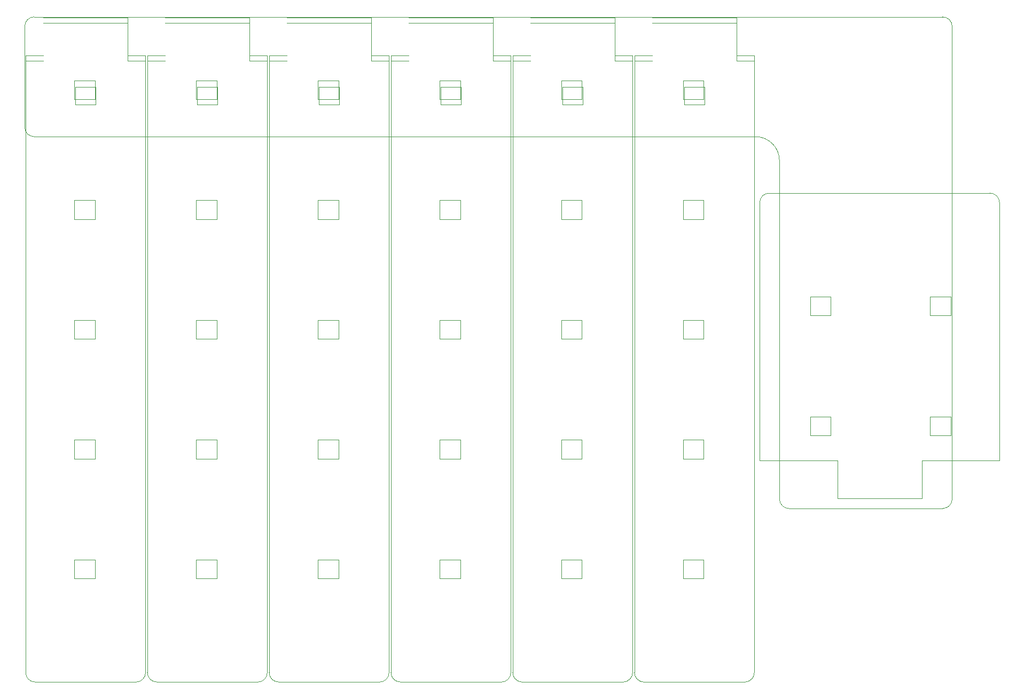
<source format=gm1>
G04 #@! TF.GenerationSoftware,KiCad,Pcbnew,7.0.8*
G04 #@! TF.CreationDate,2023-11-08T21:34:38-08:00*
G04 #@! TF.ProjectId,Seismos_5CoreStencil,53656973-6d6f-4735-9f35-436f72655374,rev?*
G04 #@! TF.SameCoordinates,Original*
G04 #@! TF.FileFunction,Profile,NP*
%FSLAX46Y46*%
G04 Gerber Fmt 4.6, Leading zero omitted, Abs format (unit mm)*
G04 Created by KiCad (PCBNEW 7.0.8) date 2023-11-08 21:34:38*
%MOMM*%
%LPD*%
G01*
G04 APERTURE LIST*
G04 #@! TA.AperFunction,Profile*
%ADD10C,0.100000*%
G04 #@! TD*
G04 #@! TA.AperFunction,Profile*
%ADD11C,0.120000*%
G04 #@! TD*
G04 APERTURE END LIST*
D10*
X49150000Y-26100000D02*
X46350000Y-26100000D01*
X30150000Y-124039340D02*
G75*
G03*
X31650000Y-125539340I1500042J42D01*
G01*
X30150000Y-26100000D02*
X32950000Y-26100000D01*
X47650000Y-125539340D02*
X31650000Y-125539340D01*
X32950000Y-20100000D02*
X46350000Y-20100000D01*
X46350000Y-26100000D02*
X46350000Y-20100000D01*
X30150000Y-124039340D02*
X30150000Y-26100000D01*
X47650000Y-125539340D02*
G75*
G03*
X49150000Y-124039340I3J1499997D01*
G01*
X49150000Y-26100000D02*
X49150000Y-124039340D01*
X68450000Y-26100000D02*
X65650000Y-26100000D01*
X49450000Y-124039340D02*
G75*
G03*
X50950000Y-125539340I1500042J42D01*
G01*
X49450000Y-26100000D02*
X52250000Y-26100000D01*
X66950000Y-125539340D02*
X50950000Y-125539340D01*
X52250000Y-20100000D02*
X65650000Y-20100000D01*
X65650000Y-26100000D02*
X65650000Y-20100000D01*
X49450000Y-124039340D02*
X49450000Y-26100000D01*
X66950000Y-125539340D02*
G75*
G03*
X68450000Y-124039340I3J1499997D01*
G01*
X68450000Y-26100000D02*
X68450000Y-124039340D01*
X87750000Y-26100000D02*
X84950000Y-26100000D01*
X68750000Y-124039340D02*
G75*
G03*
X70250000Y-125539340I1500042J42D01*
G01*
X68750000Y-26100000D02*
X71550000Y-26100000D01*
X86250000Y-125539340D02*
X70250000Y-125539340D01*
X71550000Y-20100000D02*
X84950000Y-20100000D01*
X84950000Y-26100000D02*
X84950000Y-20100000D01*
X68750000Y-124039340D02*
X68750000Y-26100000D01*
X86250000Y-125539340D02*
G75*
G03*
X87750000Y-124039340I3J1499997D01*
G01*
X87750000Y-26100000D02*
X87750000Y-124039340D01*
X107050000Y-26100000D02*
X104250000Y-26100000D01*
X88050000Y-124039340D02*
G75*
G03*
X89550000Y-125539340I1500042J42D01*
G01*
X88050000Y-26100000D02*
X90850000Y-26100000D01*
X105550000Y-125539340D02*
X89550000Y-125539340D01*
X90850000Y-20100000D02*
X104250000Y-20100000D01*
X104250000Y-26100000D02*
X104250000Y-20100000D01*
X88050000Y-124039340D02*
X88050000Y-26100000D01*
X105550000Y-125539340D02*
G75*
G03*
X107050000Y-124039340I3J1499997D01*
G01*
X107050000Y-26100000D02*
X107050000Y-124039340D01*
X126350000Y-26100000D02*
X123550000Y-26100000D01*
X107350000Y-124039340D02*
G75*
G03*
X108850000Y-125539340I1500042J42D01*
G01*
X107350000Y-26100000D02*
X110150000Y-26100000D01*
X124850000Y-125539340D02*
X108850000Y-125539340D01*
X110150000Y-20100000D02*
X123550000Y-20100000D01*
X123550000Y-26100000D02*
X123550000Y-20100000D01*
X107350000Y-124039340D02*
X107350000Y-26100000D01*
X124850000Y-125539340D02*
G75*
G03*
X126350000Y-124039340I3J1499997D01*
G01*
X126350000Y-26100000D02*
X126350000Y-124039340D01*
X144150000Y-125539340D02*
X128150000Y-125539340D01*
X145650000Y-26100000D02*
X142850000Y-26100000D01*
X129450000Y-20100000D02*
X142850000Y-20100000D01*
X142850000Y-26100000D02*
X142850000Y-20100000D01*
X126650000Y-124039340D02*
G75*
G03*
X128150000Y-125539340I1500042J42D01*
G01*
X126650000Y-124039340D02*
X126650000Y-26100000D01*
X145650000Y-26100000D02*
X145650000Y-124039340D01*
X144150000Y-125539340D02*
G75*
G03*
X145650000Y-124039340I3J1499997D01*
G01*
X126650000Y-26100000D02*
X129450000Y-26100000D01*
X148000000Y-47960660D02*
X183000000Y-47960660D01*
X156000000Y-90400000D02*
X146500000Y-90400000D01*
X172200000Y-96400000D02*
X172200000Y-90400000D01*
X158800000Y-90400000D02*
X158800000Y-96400000D01*
X146500000Y-90400000D02*
X146500000Y-49460660D01*
X184500000Y-49460660D02*
X184500000Y-90400000D01*
X172200000Y-96400000D02*
X158800000Y-96400000D01*
X184500000Y-49460660D02*
G75*
G03*
X183000000Y-47960660I-1500042J-42D01*
G01*
X148000000Y-47960660D02*
G75*
G03*
X146500000Y-49460660I-3J-1499997D01*
G01*
X156000000Y-90400000D02*
X158800000Y-90400000D01*
X175000000Y-90400000D02*
X184500000Y-90400000D01*
X175000000Y-90400000D02*
X172200000Y-90400000D01*
X46350000Y-27000000D02*
X46350000Y-21000000D01*
X49150000Y-27000000D02*
X46350000Y-27000000D01*
X30150000Y-27000000D02*
X32950000Y-27000000D01*
X32950000Y-21000000D02*
X46350000Y-21000000D01*
X65650000Y-27000000D02*
X65650000Y-21000000D01*
X68450000Y-27000000D02*
X65650000Y-27000000D01*
X49450000Y-27000000D02*
X52250000Y-27000000D01*
X52250000Y-21000000D02*
X65650000Y-21000000D01*
X84950000Y-27000000D02*
X84950000Y-21000000D01*
X87750000Y-27000000D02*
X84950000Y-27000000D01*
X68750000Y-27000000D02*
X71550000Y-27000000D01*
X71550000Y-21000000D02*
X84950000Y-21000000D01*
X104250000Y-27000000D02*
X104250000Y-21000000D01*
X107050000Y-27000000D02*
X104250000Y-27000000D01*
X88050000Y-27000000D02*
X90850000Y-27000000D01*
X90850000Y-21000000D02*
X104250000Y-21000000D01*
X123550000Y-27000000D02*
X123550000Y-21000000D01*
X126350000Y-27000000D02*
X123550000Y-27000000D01*
X107350000Y-27000000D02*
X110150000Y-27000000D01*
X110150000Y-21000000D02*
X123550000Y-21000000D01*
X129450000Y-21000000D02*
X142850000Y-21000000D01*
X142850000Y-27000000D02*
X142850000Y-21000000D01*
X126650000Y-27000000D02*
X129450000Y-27000000D01*
X145650000Y-27000000D02*
X142850000Y-27000000D01*
X151134000Y-98000000D02*
X175500000Y-98000000D01*
X177000000Y-21500000D02*
G75*
G03*
X175500000Y-20000000I-1500000J0D01*
G01*
X149634000Y-42810000D02*
X149634000Y-96500000D01*
X149634000Y-96500000D02*
G75*
G03*
X151134000Y-98000000I1500000J0D01*
G01*
X31500000Y-39000000D02*
X145824000Y-39000000D01*
X30000000Y-37500000D02*
G75*
G03*
X31500000Y-39000000I1500000J0D01*
G01*
X31500000Y-20000000D02*
G75*
G03*
X30000000Y-21500000I0J-1500000D01*
G01*
X177000000Y-21500000D02*
X177000000Y-96500000D01*
X175500000Y-98000000D02*
G75*
G03*
X177000000Y-96500000I0J1500000D01*
G01*
X149634000Y-42810000D02*
G75*
G03*
X145824000Y-39000000I-3810000J0D01*
G01*
X175500000Y-20000000D02*
X31500000Y-20000000D01*
X30000000Y-21500000D02*
X30000000Y-37500000D01*
D11*
X37888000Y-106108600D02*
X41128000Y-106108600D01*
X41128000Y-106108600D02*
X41128000Y-109095400D01*
X41128000Y-109095400D02*
X37888000Y-109095400D01*
X37888000Y-109095400D02*
X37888000Y-106108600D01*
X37888000Y-49108600D02*
X41128000Y-49108600D01*
X41128000Y-49108600D02*
X41128000Y-52095400D01*
X41128000Y-52095400D02*
X37888000Y-52095400D01*
X37888000Y-52095400D02*
X37888000Y-49108600D01*
X37888000Y-87108600D02*
X41128000Y-87108600D01*
X41128000Y-87108600D02*
X41128000Y-90095400D01*
X41128000Y-90095400D02*
X37888000Y-90095400D01*
X37888000Y-90095400D02*
X37888000Y-87108600D01*
X37888000Y-30108600D02*
X41128000Y-30108600D01*
X41128000Y-30108600D02*
X41128000Y-33095400D01*
X41128000Y-33095400D02*
X37888000Y-33095400D01*
X37888000Y-33095400D02*
X37888000Y-30108600D01*
X37888000Y-68108600D02*
X41128000Y-68108600D01*
X41128000Y-68108600D02*
X41128000Y-71095400D01*
X41128000Y-71095400D02*
X37888000Y-71095400D01*
X37888000Y-71095400D02*
X37888000Y-68108600D01*
X57188000Y-106108600D02*
X60428000Y-106108600D01*
X60428000Y-106108600D02*
X60428000Y-109095400D01*
X60428000Y-109095400D02*
X57188000Y-109095400D01*
X57188000Y-109095400D02*
X57188000Y-106108600D01*
X57188000Y-49108600D02*
X60428000Y-49108600D01*
X60428000Y-49108600D02*
X60428000Y-52095400D01*
X60428000Y-52095400D02*
X57188000Y-52095400D01*
X57188000Y-52095400D02*
X57188000Y-49108600D01*
X57188000Y-87108600D02*
X60428000Y-87108600D01*
X60428000Y-87108600D02*
X60428000Y-90095400D01*
X60428000Y-90095400D02*
X57188000Y-90095400D01*
X57188000Y-90095400D02*
X57188000Y-87108600D01*
X57188000Y-30108600D02*
X60428000Y-30108600D01*
X60428000Y-30108600D02*
X60428000Y-33095400D01*
X60428000Y-33095400D02*
X57188000Y-33095400D01*
X57188000Y-33095400D02*
X57188000Y-30108600D01*
X57188000Y-68108600D02*
X60428000Y-68108600D01*
X60428000Y-68108600D02*
X60428000Y-71095400D01*
X60428000Y-71095400D02*
X57188000Y-71095400D01*
X57188000Y-71095400D02*
X57188000Y-68108600D01*
X76488000Y-106108600D02*
X79728000Y-106108600D01*
X79728000Y-106108600D02*
X79728000Y-109095400D01*
X79728000Y-109095400D02*
X76488000Y-109095400D01*
X76488000Y-109095400D02*
X76488000Y-106108600D01*
X76488000Y-49108600D02*
X79728000Y-49108600D01*
X79728000Y-49108600D02*
X79728000Y-52095400D01*
X79728000Y-52095400D02*
X76488000Y-52095400D01*
X76488000Y-52095400D02*
X76488000Y-49108600D01*
X76488000Y-87108600D02*
X79728000Y-87108600D01*
X79728000Y-87108600D02*
X79728000Y-90095400D01*
X79728000Y-90095400D02*
X76488000Y-90095400D01*
X76488000Y-90095400D02*
X76488000Y-87108600D01*
X76488000Y-30108600D02*
X79728000Y-30108600D01*
X79728000Y-30108600D02*
X79728000Y-33095400D01*
X79728000Y-33095400D02*
X76488000Y-33095400D01*
X76488000Y-33095400D02*
X76488000Y-30108600D01*
X76488000Y-68108600D02*
X79728000Y-68108600D01*
X79728000Y-68108600D02*
X79728000Y-71095400D01*
X79728000Y-71095400D02*
X76488000Y-71095400D01*
X76488000Y-71095400D02*
X76488000Y-68108600D01*
X95788000Y-106108600D02*
X99028000Y-106108600D01*
X99028000Y-106108600D02*
X99028000Y-109095400D01*
X99028000Y-109095400D02*
X95788000Y-109095400D01*
X95788000Y-109095400D02*
X95788000Y-106108600D01*
X95788000Y-49108600D02*
X99028000Y-49108600D01*
X99028000Y-49108600D02*
X99028000Y-52095400D01*
X99028000Y-52095400D02*
X95788000Y-52095400D01*
X95788000Y-52095400D02*
X95788000Y-49108600D01*
X95788000Y-87108600D02*
X99028000Y-87108600D01*
X99028000Y-87108600D02*
X99028000Y-90095400D01*
X99028000Y-90095400D02*
X95788000Y-90095400D01*
X95788000Y-90095400D02*
X95788000Y-87108600D01*
X95788000Y-30108600D02*
X99028000Y-30108600D01*
X99028000Y-30108600D02*
X99028000Y-33095400D01*
X99028000Y-33095400D02*
X95788000Y-33095400D01*
X95788000Y-33095400D02*
X95788000Y-30108600D01*
X95788000Y-68108600D02*
X99028000Y-68108600D01*
X99028000Y-68108600D02*
X99028000Y-71095400D01*
X99028000Y-71095400D02*
X95788000Y-71095400D01*
X95788000Y-71095400D02*
X95788000Y-68108600D01*
X115088000Y-106108600D02*
X118328000Y-106108600D01*
X118328000Y-106108600D02*
X118328000Y-109095400D01*
X118328000Y-109095400D02*
X115088000Y-109095400D01*
X115088000Y-109095400D02*
X115088000Y-106108600D01*
X115088000Y-49108600D02*
X118328000Y-49108600D01*
X118328000Y-49108600D02*
X118328000Y-52095400D01*
X118328000Y-52095400D02*
X115088000Y-52095400D01*
X115088000Y-52095400D02*
X115088000Y-49108600D01*
X115088000Y-87108600D02*
X118328000Y-87108600D01*
X118328000Y-87108600D02*
X118328000Y-90095400D01*
X118328000Y-90095400D02*
X115088000Y-90095400D01*
X115088000Y-90095400D02*
X115088000Y-87108600D01*
X115088000Y-30108600D02*
X118328000Y-30108600D01*
X118328000Y-30108600D02*
X118328000Y-33095400D01*
X118328000Y-33095400D02*
X115088000Y-33095400D01*
X115088000Y-33095400D02*
X115088000Y-30108600D01*
X115088000Y-68108600D02*
X118328000Y-68108600D01*
X118328000Y-68108600D02*
X118328000Y-71095400D01*
X118328000Y-71095400D02*
X115088000Y-71095400D01*
X115088000Y-71095400D02*
X115088000Y-68108600D01*
X134388000Y-68108600D02*
X137628000Y-68108600D01*
X137628000Y-68108600D02*
X137628000Y-71095400D01*
X137628000Y-71095400D02*
X134388000Y-71095400D01*
X134388000Y-71095400D02*
X134388000Y-68108600D01*
X134388000Y-87108600D02*
X137628000Y-87108600D01*
X137628000Y-87108600D02*
X137628000Y-90095400D01*
X137628000Y-90095400D02*
X134388000Y-90095400D01*
X134388000Y-90095400D02*
X134388000Y-87108600D01*
X134388000Y-106108600D02*
X137628000Y-106108600D01*
X137628000Y-106108600D02*
X137628000Y-109095400D01*
X137628000Y-109095400D02*
X134388000Y-109095400D01*
X134388000Y-109095400D02*
X134388000Y-106108600D01*
X134388000Y-49108600D02*
X137628000Y-49108600D01*
X137628000Y-49108600D02*
X137628000Y-52095400D01*
X137628000Y-52095400D02*
X134388000Y-52095400D01*
X134388000Y-52095400D02*
X134388000Y-49108600D01*
X134388000Y-30108600D02*
X137628000Y-30108600D01*
X137628000Y-30108600D02*
X137628000Y-33095400D01*
X137628000Y-33095400D02*
X134388000Y-33095400D01*
X134388000Y-33095400D02*
X134388000Y-30108600D01*
X157762000Y-86391400D02*
X154522000Y-86391400D01*
X154522000Y-86391400D02*
X154522000Y-83404600D01*
X154522000Y-83404600D02*
X157762000Y-83404600D01*
X157762000Y-83404600D02*
X157762000Y-86391400D01*
X176762000Y-86391400D02*
X173522000Y-86391400D01*
X173522000Y-86391400D02*
X173522000Y-83404600D01*
X173522000Y-83404600D02*
X176762000Y-83404600D01*
X176762000Y-83404600D02*
X176762000Y-86391400D01*
X157762000Y-67391400D02*
X154522000Y-67391400D01*
X154522000Y-67391400D02*
X154522000Y-64404600D01*
X154522000Y-64404600D02*
X157762000Y-64404600D01*
X157762000Y-64404600D02*
X157762000Y-67391400D01*
X176762000Y-67391400D02*
X173522000Y-67391400D01*
X173522000Y-67391400D02*
X173522000Y-64404600D01*
X173522000Y-64404600D02*
X176762000Y-64404600D01*
X176762000Y-64404600D02*
X176762000Y-67391400D01*
X38024400Y-33922400D02*
X41224800Y-33922400D01*
X41224800Y-33922400D02*
X41224800Y-31077600D01*
X41224800Y-31077600D02*
X38024400Y-31077600D01*
X38024400Y-31077600D02*
X38024400Y-33922400D01*
X134524400Y-33922400D02*
X137724800Y-33922400D01*
X137724800Y-33922400D02*
X137724800Y-31077600D01*
X137724800Y-31077600D02*
X134524400Y-31077600D01*
X134524400Y-31077600D02*
X134524400Y-33922400D01*
X95924400Y-33922400D02*
X99124800Y-33922400D01*
X99124800Y-33922400D02*
X99124800Y-31077600D01*
X99124800Y-31077600D02*
X95924400Y-31077600D01*
X95924400Y-31077600D02*
X95924400Y-33922400D01*
X76624400Y-33922400D02*
X79824800Y-33922400D01*
X79824800Y-33922400D02*
X79824800Y-31077600D01*
X79824800Y-31077600D02*
X76624400Y-31077600D01*
X76624400Y-31077600D02*
X76624400Y-33922400D01*
X115224400Y-33922400D02*
X118424800Y-33922400D01*
X118424800Y-33922400D02*
X118424800Y-31077600D01*
X118424800Y-31077600D02*
X115224400Y-31077600D01*
X115224400Y-31077600D02*
X115224400Y-33922400D01*
X57324400Y-33922400D02*
X60524800Y-33922400D01*
X60524800Y-33922400D02*
X60524800Y-31077600D01*
X60524800Y-31077600D02*
X57324400Y-31077600D01*
X57324400Y-31077600D02*
X57324400Y-33922400D01*
M02*

</source>
